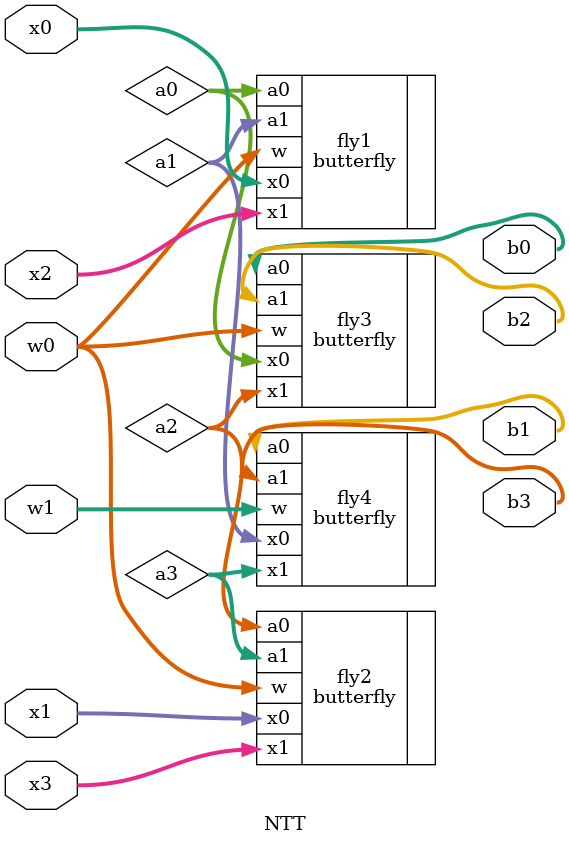
<source format=v>
`timescale 1ns / 1ps


module NTT #(parameter integer BITS = 32, parameter Q = 5)
            (input wire [BITS-1:0] x0, x1, x2, x3, w0, w1, output wire [BITS-1:0] b0, b1, b2, b3);
            wire [BITS-1:0] a0, a1, a2, a3;
            // stage 1 butterflies
            butterfly fly1(.x0(x0), .x1(x2), .a0(a0), .a1(a1), .w(w0));
            butterfly fly2(.x0(x1), .x1(x3), .a0(a2), .a1(a3), .w(w0));
            
            // stage 2 butterflies
            butterfly fly3(.x0(a0), .x1(a2), .a0(b0), .a1(b2), .w(w0));
            butterfly fly4(.x0(a1), .x1(a3), .a0(b1), .a1(b3), .w(w1));
    
endmodule

</source>
